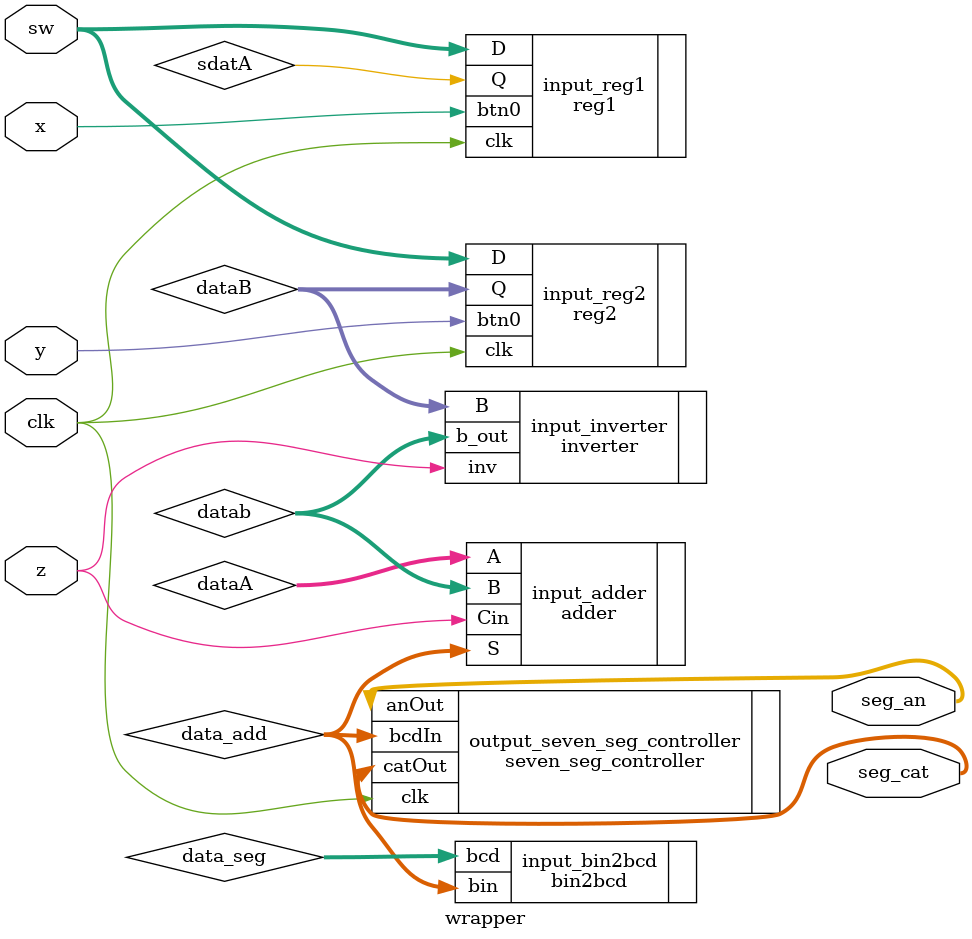
<source format=v>
`timescale 1ns / 1ps


module wrapper(
input [7:0] sw,
input x,y,z,
input clk,
output [3:0] seg_an,
output [6:0] seg_cat
    );
    
wire [7:0] dataA;
wire [7:0] dataB;
wire [7:0] datab;
wire [7:0] data_add;
wire [7:0] data_seg;

reg1 input_reg1(
.btn0(x),
.clk(clk),
.D(sw),
.Q(sdatA)
);

reg2 input_reg2(
.btn0(y),
.clk(clk),
.D(sw), 
.Q(dataB)
);

inverter input_inverter(
.B(dataB),
.inv(z),
.b_out(datab)
);

adder input_adder(
.A(dataA),
.B(datab),
.Cin(z),
.S(data_add)
);

bin2bcd input_bin2bcd(
.bin(data_add),
.bcd(data_seg)
);

seven_seg_controller output_seven_seg_controller(
.bcdIn(data_add),
.clk(clk),
.catOut(seg_cat),
.anOut(seg_an)
);


endmodule

</source>
